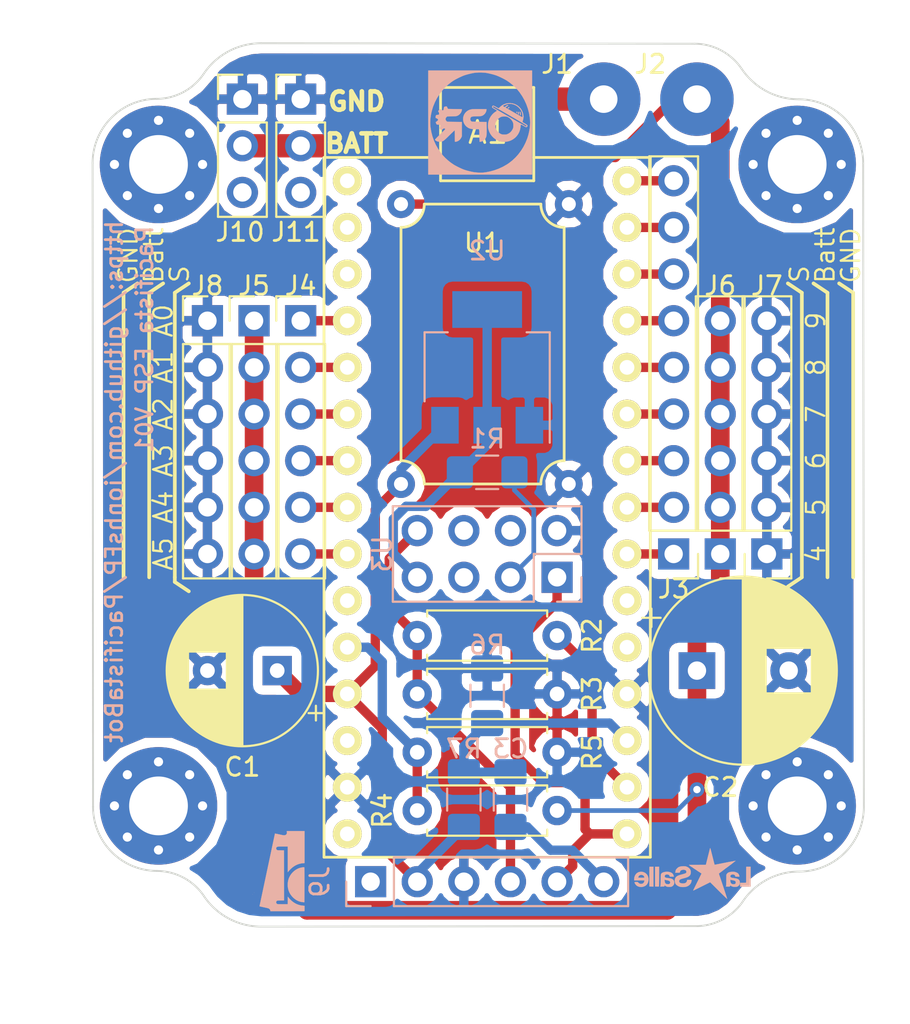
<source format=kicad_pcb>
(kicad_pcb (version 20171130) (host pcbnew "(5.0.0)")
  (layers (0 F.Cu signal) (31 B.Cu signal) (34 B.Paste user) (35 F.Paste user) (36 B.SilkS user) (37 F.SilkS user) (38 B.Mask user) (39 F.Mask user) (44 Edge.Cuts user))
  (net 0 "")
  (net 1 "Net-(A1-Pad15)")
  (net 2 "Net-(A1-Pad14)")
  (net 3 "Net-(A1-Pad13)")
  (net 4 "Net-(A1-Pad12)")
  (net 5 "Net-(A1-Pad19)")
  (net 6 "Net-(A1-Pad11)")
  (net 7 "Net-(A1-Pad20)")
  (net 8 "Net-(A1-Pad10)")
  (net 9 "Net-(A1-Pad21)")
  (net 10 "Net-(A1-Pad9)")
  (net 11 "Net-(A1-Pad22)")
  (net 12 "Net-(A1-Pad8)")
  (net 13 "Net-(A1-Pad23)")
  (net 14 "Net-(A1-Pad7)")
  (net 15 "Net-(A1-Pad24)")
  (net 16 "Net-(A1-Pad26)")
  (net 17 GND)
  (net 18 "Net-(A1-Pad2)")
  (net 19 RX)
  (net 20 /Alimentación)
  (net 21 +BATT)
  (net 22 TX)
  (net 23 +3V3)
  (net 24 "Net-(R1-Pad1)")
  (net 25 RST)
  (net 26 5V)
  (net 27 "Net-(C3-Pad1)")
  (module Mounting_Holes:MountingHole_3.2mm_M3_Pad_Via (layer F.Cu) (at 103.251 136.906)
    (fp_text reference "" (at 0 -4.2) (layer F.SilkS))
    (fp_text value MountingHole_3.2mm_M3_Pad_Via hide)
    (pad "" thru_hole circle (at 1.697056 -1.697056) (size 0.6 0.6) (drill 0.5) (layers *.Cu *.Mask))
    (pad "" thru_hole circle (at 0 -2.4) (size 0.6 0.6) (drill 0.5) (layers *.Cu *.Mask))
    (pad "" thru_hole circle (at -1.697056 -1.697056) (size 0.6 0.6) (drill 0.5) (layers *.Cu *.Mask))
    (pad "" thru_hole circle (at -2.4 0) (size 0.6 0.6) (drill 0.5) (layers *.Cu *.Mask))
    (pad "" thru_hole circle (at -1.697056 1.697056) (size 0.6 0.6) (drill 0.5) (layers *.Cu *.Mask))
    (pad "" thru_hole circle (at 0 2.4) (size 0.6 0.6) (drill 0.5) (layers *.Cu *.Mask))
    (pad "" thru_hole circle (at 1.697056 1.697056) (size 0.6 0.6) (drill 0.5) (layers *.Cu *.Mask))
    (pad "" thru_hole circle (at 2.4 0) (size 0.6 0.6) (drill 0.5) (layers *.Cu *.Mask))
    (pad 1 thru_hole circle (at 0 0) (size 6.4 6.4) (drill 3.2) (layers *.Cu *.Mask))
  )
  (module Mounting_Holes:MountingHole_3.2mm_M3_Pad_Via (layer F.Cu) (at 68.453 136.906)
    (fp_text reference "" (at 0 -4.2) (layer F.SilkS))
    (fp_text value MountingHole_3.2mm_M3_Pad_Via hide)
    (pad 1 thru_hole circle (at 0 0) (size 6.4 6.4) (drill 3.2) (layers *.Cu *.Mask))
    (pad "" thru_hole circle (at 2.4 0) (size 0.6 0.6) (drill 0.5) (layers *.Cu *.Mask))
    (pad "" thru_hole circle (at 1.697056 1.697056) (size 0.6 0.6) (drill 0.5) (layers *.Cu *.Mask))
    (pad "" thru_hole circle (at 0 2.4) (size 0.6 0.6) (drill 0.5) (layers *.Cu *.Mask))
    (pad "" thru_hole circle (at -1.697056 1.697056) (size 0.6 0.6) (drill 0.5) (layers *.Cu *.Mask))
    (pad "" thru_hole circle (at -2.4 0) (size 0.6 0.6) (drill 0.5) (layers *.Cu *.Mask))
    (pad "" thru_hole circle (at -1.697056 -1.697056) (size 0.6 0.6) (drill 0.5) (layers *.Cu *.Mask))
    (pad "" thru_hole circle (at 0 -2.4) (size 0.6 0.6) (drill 0.5) (layers *.Cu *.Mask))
    (pad "" thru_hole circle (at 1.697056 -1.697056) (size 0.6 0.6) (drill 0.5) (layers *.Cu *.Mask))
  )
  (module Mounting_Holes:MountingHole_3.2mm_M3_Pad_Via (layer F.Cu) (at 68.453 101.981)
    (fp_text reference "" (at 0 -4.2) (layer F.SilkS))
    (fp_text value MountingHole_3.2mm_M3_Pad_Via hide)
    (pad "" thru_hole circle (at 1.697056 -1.697056) (size 0.6 0.6) (drill 0.5) (layers *.Cu *.Mask))
    (pad "" thru_hole circle (at 0 -2.4) (size 0.6 0.6) (drill 0.5) (layers *.Cu *.Mask))
    (pad "" thru_hole circle (at -1.697056 -1.697056) (size 0.6 0.6) (drill 0.5) (layers *.Cu *.Mask))
    (pad "" thru_hole circle (at -2.4 0) (size 0.6 0.6) (drill 0.5) (layers *.Cu *.Mask))
    (pad "" thru_hole circle (at -1.697056 1.697056) (size 0.6 0.6) (drill 0.5) (layers *.Cu *.Mask))
    (pad "" thru_hole circle (at 0 2.4) (size 0.6 0.6) (drill 0.5) (layers *.Cu *.Mask))
    (pad "" thru_hole circle (at 1.697056 1.697056) (size 0.6 0.6) (drill 0.5) (layers *.Cu *.Mask))
    (pad "" thru_hole circle (at 2.4 0) (size 0.6 0.6) (drill 0.5) (layers *.Cu *.Mask))
    (pad 1 thru_hole circle (at 0 0) (size 6.4 6.4) (drill 3.2) (layers *.Cu *.Mask))
  )
  (module Mounting_Holes:MountingHole_3.2mm_M3_Pad_Via (layer F.Cu) (at 103.251 101.981)
    (fp_text reference "" (at 0 -4.2) (layer F.SilkS))
    (fp_text value MountingHole_3.2mm_M3_Pad_Via hide)
    (pad 1 thru_hole circle (at 0 0) (size 6.4 6.4) (drill 3.2) (layers *.Cu *.Mask))
    (pad "" thru_hole circle (at 2.4 0) (size 0.6 0.6) (drill 0.5) (layers *.Cu *.Mask))
    (pad "" thru_hole circle (at 1.697056 1.697056) (size 0.6 0.6) (drill 0.5) (layers *.Cu *.Mask))
    (pad "" thru_hole circle (at 0 2.4) (size 0.6 0.6) (drill 0.5) (layers *.Cu *.Mask))
    (pad "" thru_hole circle (at -1.697056 1.697056) (size 0.6 0.6) (drill 0.5) (layers *.Cu *.Mask))
    (pad "" thru_hole circle (at -2.4 0) (size 0.6 0.6) (drill 0.5) (layers *.Cu *.Mask))
    (pad "" thru_hole circle (at -1.697056 -1.697056) (size 0.6 0.6) (drill 0.5) (layers *.Cu *.Mask))
    (pad "" thru_hole circle (at 0 -2.4) (size 0.6 0.6) (drill 0.5) (layers *.Cu *.Mask))
    (pad "" thru_hole circle (at 1.697056 -1.697056) (size 0.6 0.6) (drill 0.5) (layers *.Cu *.Mask))
  )
  (module Connector_PinHeader_2.54mm:PinHeader_2x04_P2.54mm_Vertical (layer B.Cu) (at 90.17 124.46 90)
    (fp_text reference U3 (at 1.27 -9.525 90) (layer B.SilkS) (effects (justify mirror)))
    (fp_text value ESP-01v090 hide)
    (pad 8 thru_hole oval (at 2.54 -7.62 90) (size 1.7 1.7) (drill 1) (layers *.Cu *.Mask) (net 22 TX))
    (pad 7 thru_hole oval (at 0 -7.62 90) (size 1.7 1.7) (drill 1) (layers *.Cu *.Mask) (net 23 +3V3))
    (pad 6 thru_hole oval (at 2.54 -5.08 90) (size 1.7 1.7) (drill 1) (layers *.Cu *.Mask))
    (pad 5 thru_hole oval (at 0 -5.08 90) (size 1.7 1.7) (drill 1) (layers *.Cu *.Mask))
    (pad 4 thru_hole oval (at 2.54 -2.54 90) (size 1.7 1.7) (drill 1) (layers *.Cu *.Mask))
    (pad 3 thru_hole oval (at 0 -2.54 90) (size 1.7 1.7) (drill 1) (layers *.Cu *.Mask) (net 24 "Net-(R1-Pad1)"))
    (pad 2 thru_hole oval (at 2.54 0 90) (size 1.7 1.7) (drill 1) (layers *.Cu *.Mask) (net 17 GND))
    (pad 1 thru_hole rect (at 0 0 90) (size 1.7 1.7) (drill 1) (layers *.Cu *.Mask) (net 19 RX))
  )
  (module Pacifista-Bluetooth:arduino_nano (layer F.Cu) (at 86.36 120.65 90)
    (fp_text reference A1 (at 20.41144 0.04064 180) (layer F.SilkS) (effects (font (size 1.2 1.2))))
    (fp_text value Arduino_Nano hide)
    (pad 15 thru_hole circle (at 17.78 7.62 90) (size 1.5748 1.5748) (drill 0.8) (layers *.Cu *.Mask F.SilkS) (net 1 "Net-(A1-Pad15)"))
    (pad 16 thru_hole circle (at 17.78 -7.62 90) (size 1.5748 1.5748) (drill 0.8) (layers *.Cu *.Mask F.SilkS))
    (pad 14 thru_hole circle (at 15.24 7.62 90) (size 1.5748 1.5748) (drill 0.8) (layers *.Cu *.Mask F.SilkS) (net 2 "Net-(A1-Pad14)"))
    (pad 17 thru_hole circle (at 15.24 -7.62 90) (size 1.5748 1.5748) (drill 0.8) (layers *.Cu *.Mask F.SilkS))
    (pad 13 thru_hole circle (at 12.7 7.62 90) (size 1.5748 1.5748) (drill 0.8) (layers *.Cu *.Mask F.SilkS) (net 3 "Net-(A1-Pad13)"))
    (pad 18 thru_hole circle (at 12.7 -7.62 90) (size 1.5748 1.5748) (drill 0.8) (layers *.Cu *.Mask F.SilkS))
    (pad 12 thru_hole circle (at 10.16 7.62 90) (size 1.5748 1.5748) (drill 0.8) (layers *.Cu *.Mask F.SilkS) (net 4 "Net-(A1-Pad12)"))
    (pad 19 thru_hole circle (at 10.16 -7.62 90) (size 1.5748 1.5748) (drill 0.8) (layers *.Cu *.Mask F.SilkS) (net 5 "Net-(A1-Pad19)"))
    (pad 11 thru_hole circle (at 7.62 7.62 90) (size 1.5748 1.5748) (drill 0.8) (layers *.Cu *.Mask F.SilkS) (net 6 "Net-(A1-Pad11)"))
    (pad 20 thru_hole circle (at 7.62 -7.62 90) (size 1.5748 1.5748) (drill 0.8) (layers *.Cu *.Mask F.SilkS) (net 7 "Net-(A1-Pad20)"))
    (pad 10 thru_hole circle (at 5.08 7.62 90) (size 1.5748 1.5748) (drill 0.8) (layers *.Cu *.Mask F.SilkS) (net 8 "Net-(A1-Pad10)"))
    (pad 21 thru_hole circle (at 5.08 -7.62 90) (size 1.5748 1.5748) (drill 0.8) (layers *.Cu *.Mask F.SilkS) (net 9 "Net-(A1-Pad21)"))
    (pad 9 thru_hole circle (at 2.54 7.62 90) (size 1.5748 1.5748) (drill 0.8) (layers *.Cu *.Mask F.SilkS) (net 10 "Net-(A1-Pad9)"))
    (pad 22 thru_hole circle (at 2.54 -7.62 90) (size 1.5748 1.5748) (drill 0.8) (layers *.Cu *.Mask F.SilkS) (net 11 "Net-(A1-Pad22)"))
    (pad 8 thru_hole circle (at 0 7.62 90) (size 1.5748 1.5748) (drill 0.8) (layers *.Cu *.Mask F.SilkS) (net 12 "Net-(A1-Pad8)"))
    (pad 23 thru_hole circle (at 0 -7.62 90) (size 1.5748 1.5748) (drill 0.8) (layers *.Cu *.Mask F.SilkS) (net 13 "Net-(A1-Pad23)"))
    (pad 7 thru_hole circle (at -2.54 7.62 90) (size 1.5748 1.5748) (drill 0.8) (layers *.Cu *.Mask F.SilkS) (net 14 "Net-(A1-Pad7)"))
    (pad 24 thru_hole circle (at -2.54 -7.62 90) (size 1.5748 1.5748) (drill 0.8) (layers *.Cu *.Mask F.SilkS) (net 15 "Net-(A1-Pad24)"))
    (pad 6 thru_hole circle (at -5.08 7.62 90) (size 1.5748 1.5748) (drill 0.8) (layers *.Cu *.Mask F.SilkS))
    (pad 25 thru_hole circle (at -5.08 -7.62 90) (size 1.5748 1.5748) (drill 0.8) (layers *.Cu *.Mask F.SilkS))
    (pad 5 thru_hole circle (at -7.62 7.62 90) (size 1.5748 1.5748) (drill 0.8) (layers *.Cu *.Mask F.SilkS))
    (pad 26 thru_hole circle (at -7.62 -7.62 90) (size 1.5748 1.5748) (drill 0.8) (layers *.Cu *.Mask F.SilkS) (net 16 "Net-(A1-Pad26)"))
    (pad 4 thru_hole circle (at -10.16 7.62 90) (size 1.5748 1.5748) (drill 0.8) (layers *.Cu *.Mask F.SilkS) (net 17 GND))
    (pad 27 thru_hole circle (at -10.16 -7.62 90) (size 1.5748 1.5748) (drill 0.8) (layers *.Cu *.Mask F.SilkS) (net 26 5V))
    (pad 3 thru_hole circle (at -12.7 7.62 90) (size 1.5748 1.5748) (drill 0.8) (layers *.Cu *.Mask F.SilkS) (net 25 RST))
    (pad 28 thru_hole circle (at -12.7 -7.62 90) (size 1.5748 1.5748) (drill 0.8) (layers *.Cu *.Mask F.SilkS))
    (pad 2 thru_hole circle (at -15.24 7.62 90) (size 1.5748 1.5748) (drill 0.8) (layers *.Cu *.Mask F.SilkS) (net 18 "Net-(A1-Pad2)"))
    (pad 29 thru_hole circle (at -15.24 -7.62 90) (size 1.5748 1.5748) (drill 0.8) (layers *.Cu *.Mask F.SilkS) (net 17 GND))
    (pad 1 thru_hole circle (at -17.78 7.62 90) (size 1.5748 1.5748) (drill 0.8) (layers *.Cu *.Mask F.SilkS) (net 19 RX))
    (pad 30 thru_hole circle (at -17.78 -7.62 90) (size 1.5748 1.5748) (drill 0.8) (layers *.Cu *.Mask F.SilkS))
  )
  (module Capacitor_THT:CP_Radial_D8.0mm_P3.80mm (layer F.Cu) (at 74.92 129.54 180)
    (fp_text reference C1 (at 1.9 -5.25 180) (layer F.SilkS))
    (fp_text value "1000u 16v")
    (pad 1 thru_hole rect (at 0 0 180) (size 1.6 1.6) (drill 0.8) (layers *.Cu *.Mask) (net 26 5V))
    (pad 2 thru_hole circle (at 3.8 0 180) (size 1.6 1.6) (drill 0.8) (layers *.Cu *.Mask) (net 17 GND))
  )
  (module Capacitor_THT:CP_Radial_D10.0mm_P5.00mm (layer F.Cu) (at 97.79 129.54)
    (fp_text reference C2 (at 1.27 6.35) (layer F.SilkS))
    (fp_text value "820u 6,3v")
    (pad 1 thru_hole rect (at 0 0) (size 2 2) (drill 1) (layers *.Cu *.Mask) (net 20 /Alimentación))
    (pad 2 thru_hole circle (at 5 0) (size 2 2) (drill 1) (layers *.Cu *.Mask) (net 17 GND))
  )
  (module Pacifista-Bluetooth:SolderWirePad_single_1-5mmDrill (layer F.Cu) (at 92.71 98.425)
    (fp_text reference J1 (at -2.54 -1.905) (layer F.SilkS))
    (fp_text value Conn_01x01)
    (pad 1 thru_hole circle (at 0 0) (size 4.0005 4.0005) (drill 1.50114) (layers *.Cu *.Mask) (net 21 +BATT))
  )
  (module Pacifista-Bluetooth:SolderWirePad_single_1-5mmDrill (layer F.Cu) (at 97.79 98.425)
    (fp_text reference J2 (at -2.54 -1.905) (layer F.SilkS))
    (fp_text value Conn_01x01)
    (pad 1 thru_hole circle (at 0 0) (size 4.0005 4.0005) (drill 1.50114) (layers *.Cu *.Mask) (net 20 /Alimentación))
  )
  (module Pacifista-Bluetooth:Pin_Header_Straight_1x06_Pitch2.54mm (layer F.Cu) (at 73.66 110.49)
    (fp_text reference J5 (at 0 -1.905) (layer F.SilkS))
    (fp_text value Conn_01x06)
    (pad 6 thru_hole oval (at 0 12.7) (size 1.7 1.7) (drill 1) (layers *.Cu *.Mask) (net 20 /Alimentación))
    (pad 5 thru_hole oval (at 0 10.16) (size 1.7 1.7) (drill 1) (layers *.Cu *.Mask) (net 20 /Alimentación))
    (pad 4 thru_hole oval (at 0 7.62) (size 1.7 1.7) (drill 1) (layers *.Cu *.Mask) (net 20 /Alimentación))
    (pad 3 thru_hole oval (at 0 5.08) (size 1.7 1.7) (drill 1) (layers *.Cu *.Mask) (net 20 /Alimentación))
    (pad 2 thru_hole oval (at 0 2.54) (size 1.7 1.7) (drill 1) (layers *.Cu *.Mask) (net 20 /Alimentación))
    (pad 1 thru_hole rect (at 0 0) (size 1.7 1.7) (drill 1) (layers *.Cu *.Mask) (net 20 /Alimentación))
  )
  (module Pacifista-Bluetooth:Pin_Header_Straight_1x06_Pitch2.54mm (layer F.Cu) (at 99.06 123.19 180)
    (fp_text reference J6 (at 0 14.605 180) (layer F.SilkS))
    (fp_text value Conn_01x06)
    (pad 1 thru_hole rect (at 0 0 180) (size 1.7 1.7) (drill 1) (layers *.Cu *.Mask) (net 20 /Alimentación))
    (pad 2 thru_hole oval (at 0 2.54 180) (size 1.7 1.7) (drill 1) (layers *.Cu *.Mask) (net 20 /Alimentación))
    (pad 3 thru_hole oval (at 0 5.08 180) (size 1.7 1.7) (drill 1) (layers *.Cu *.Mask) (net 20 /Alimentación))
    (pad 4 thru_hole oval (at 0 7.62 180) (size 1.7 1.7) (drill 1) (layers *.Cu *.Mask) (net 20 /Alimentación))
    (pad 5 thru_hole oval (at 0 10.16 180) (size 1.7 1.7) (drill 1) (layers *.Cu *.Mask) (net 20 /Alimentación))
    (pad 6 thru_hole oval (at 0 12.7 180) (size 1.7 1.7) (drill 1) (layers *.Cu *.Mask) (net 20 /Alimentación))
  )
  (module Pacifista-Bluetooth:Pin_Header_Straight_1x06_Pitch2.54mm (layer F.Cu) (at 101.6 123.19 180)
    (fp_text reference J7 (at 0 14.605 180) (layer F.SilkS))
    (fp_text value Conn_01x06)
    (pad 6 thru_hole oval (at 0 12.7 180) (size 1.7 1.7) (drill 1) (layers *.Cu *.Mask) (net 17 GND))
    (pad 5 thru_hole oval (at 0 10.16 180) (size 1.7 1.7) (drill 1) (layers *.Cu *.Mask) (net 17 GND))
    (pad 4 thru_hole oval (at 0 7.62 180) (size 1.7 1.7) (drill 1) (layers *.Cu *.Mask) (net 17 GND))
    (pad 3 thru_hole oval (at 0 5.08 180) (size 1.7 1.7) (drill 1) (layers *.Cu *.Mask) (net 17 GND))
    (pad 2 thru_hole oval (at 0 2.54 180) (size 1.7 1.7) (drill 1) (layers *.Cu *.Mask) (net 17 GND))
    (pad 1 thru_hole rect (at 0 0 180) (size 1.7 1.7) (drill 1) (layers *.Cu *.Mask) (net 17 GND))
  )
  (module Pacifista-Bluetooth:Pin_Header_Straight_1x06_Pitch2.54mm (layer F.Cu) (at 71.12 110.49)
    (fp_text reference J8 (at 0 -1.905) (layer F.SilkS))
    (fp_text value Conn_01x06)
    (pad 1 thru_hole rect (at 0 0) (size 1.7 1.7) (drill 1) (layers *.Cu *.Mask) (net 17 GND))
    (pad 2 thru_hole oval (at 0 2.54) (size 1.7 1.7) (drill 1) (layers *.Cu *.Mask) (net 17 GND))
    (pad 3 thru_hole oval (at 0 5.08) (size 1.7 1.7) (drill 1) (layers *.Cu *.Mask) (net 17 GND))
    (pad 4 thru_hole oval (at 0 7.62) (size 1.7 1.7) (drill 1) (layers *.Cu *.Mask) (net 17 GND))
    (pad 5 thru_hole oval (at 0 10.16) (size 1.7 1.7) (drill 1) (layers *.Cu *.Mask) (net 17 GND))
    (pad 6 thru_hole oval (at 0 12.7) (size 1.7 1.7) (drill 1) (layers *.Cu *.Mask) (net 17 GND))
  )
  (module Pacifista-Bluetooth:Pin_Header_Straight_1x03_Pitch2.54mm (layer F.Cu) (at 73.025 98.425)
    (fp_text reference J10 (at -0.127 7.239) (layer F.SilkS))
    (fp_text value Conn_01x03)
    (pad 3 thru_hole oval (at 0 5.08) (size 1.7 1.7) (drill 1) (layers *.Cu *.Mask))
    (pad 2 thru_hole oval (at 0 2.54) (size 1.7 1.7) (drill 1) (layers *.Cu *.Mask) (net 21 +BATT))
    (pad 1 thru_hole rect (at 0 0) (size 1.7 1.7) (drill 1) (layers *.Cu *.Mask) (net 17 GND))
  )
  (module Resistor_THT:R_Axial_DIN0207_L6.3mm_D2.5mm_P7.62mm_Horizontal (layer F.Cu) (at 90.17 127.635 180)
    (fp_text reference R2 (at -1.905 0 90) (layer F.SilkS))
    (fp_text value 10K hide)
    (pad 1 thru_hole circle (at 0 0 180) (size 1.6 1.6) (drill 0.8) (layers *.Cu *.Mask) (net 18 "Net-(A1-Pad2)"))
    (pad 2 thru_hole oval (at 7.62 0 180) (size 1.6 1.6) (drill 0.8) (layers *.Cu *.Mask) (net 22 TX))
  )
  (module Resistor_THT:R_Axial_DIN0207_L6.3mm_D2.5mm_P7.62mm_Horizontal (layer F.Cu) (at 82.55 130.81)
    (fp_text reference R3 (at 9.525 0 90) (layer F.SilkS))
    (fp_text value 20K)
    (pad 1 thru_hole circle (at 0 0) (size 1.6 1.6) (drill 0.8) (layers *.Cu *.Mask) (net 22 TX))
    (pad 2 thru_hole oval (at 7.62 0) (size 1.6 1.6) (drill 0.8) (layers *.Cu *.Mask) (net 17 GND))
  )
  (module Resistor_THT:R_Axial_DIN0207_L6.3mm_D2.5mm_P7.62mm_Horizontal (layer F.Cu) (at 90.17 137.16 180)
    (fp_text reference R4 (at 9.525 0 270) (layer F.SilkS))
    (fp_text value 10K)
    (pad 2 thru_hole oval (at 7.62 0 180) (size 1.6 1.6) (drill 0.8) (layers *.Cu *.Mask) (net 16 "Net-(A1-Pad26)"))
    (pad 1 thru_hole circle (at 0 0 180) (size 1.6 1.6) (drill 0.8) (layers *.Cu *.Mask) (net 20 /Alimentación))
  )
  (module Resistor_THT:R_Axial_DIN0207_L6.3mm_D2.5mm_P7.62mm_Horizontal (layer F.Cu) (at 82.55 133.985)
    (fp_text reference R5 (at 9.525 0 90) (layer F.SilkS))
    (fp_text value 20K)
    (pad 1 thru_hole circle (at 0 0) (size 1.6 1.6) (drill 0.8) (layers *.Cu *.Mask) (net 16 "Net-(A1-Pad26)"))
    (pad 2 thru_hole oval (at 7.62 0) (size 1.6 1.6) (drill 0.8) (layers *.Cu *.Mask) (net 17 GND))
  )
  (module Pacifista-Bluetooth:Step_down_chino (layer F.Cu) (at 81.665 104.14 270)
    (fp_text reference U1 (at 2.1082 -4.43484) (layer F.SilkS))
    (fp_text value Step_down_chino hide)
    (pad 4 thru_hole circle (at 15.24 -9.14 270) (size 1.524 1.524) (drill 0.762) (layers *.Cu *.Mask) (net 17 GND))
    (pad 3 thru_hole circle (at 15.24 0 270) (size 1.524 1.524) (drill 0.762) (layers *.Cu *.Mask) (net 26 5V))
    (pad 2 thru_hole circle (at 0 -9.144 270) (size 1.524 1.524) (drill 0.762) (layers *.Cu *.Mask) (net 17 GND))
    (pad 1 thru_hole circle (at 0 0 270) (size 1.524 1.524) (drill 0.762) (layers *.Cu *.Mask) (net 20 /Alimentación))
  )
  (module Package_TO_SOT_SMD:SOT-223-3_TabPin2 (layer B.Cu) (at 86.36 113.03 90)
    (fp_text reference U2 (at 6.35 0 180) (layer B.SilkS) (effects (justify mirror)))
    (fp_text value AMS1117 hide)
    (pad 2 smd rect (at 3.15 0 90) (size 2 3.8) (layers B.Cu B.Paste B.Mask) (net 23 +3V3))
    (pad 2 smd rect (at -3.15 0 90) (size 2 1.5) (layers B.Cu B.Paste B.Mask) (net 23 +3V3))
    (pad 3 smd rect (at -3.15 -2.3 90) (size 2 1.5) (layers B.Cu B.Paste B.Mask) (net 26 5V))
    (pad 1 smd rect (at -3.15 2.3 90) (size 2 1.5) (layers B.Cu B.Paste B.Mask) (net 17 GND))
  )
  (module Resistor_SMD:R_1206_3216Metric_Pad1.42x1.75mm_HandSolder (layer B.Cu) (at 86.36 118.745 180)
    (fp_text reference R1 (at 0 1.82 180) (layer B.SilkS) (effects (justify mirror)))
    (fp_text value 10K hide)
    (pad 1 smd roundrect (at -1.4875 0 180) (size 1.425 1.75) (layers B.Cu B.Paste B.Mask) (roundrect_rratio 0.175439) (net 24 "Net-(R1-Pad1)"))
    (pad 2 smd roundrect (at 1.4875 0 180) (size 1.425 1.75) (layers B.Cu B.Paste B.Mask) (roundrect_rratio 0.175439) (net 23 +3V3))
  )
  (module Pacifista-Bluetooth:Pin_Header_Straight_1x06_Pitch2.54mm (layer F.Cu) (at 76.2 110.49)
    (fp_text reference J4 (at 0 -1.905) (layer F.SilkS))
    (fp_text value Conn_01x06)
    (pad 1 thru_hole rect (at 0 0) (size 1.7 1.7) (drill 1) (layers *.Cu *.Mask) (net 5 "Net-(A1-Pad19)"))
    (pad 2 thru_hole oval (at 0 2.54) (size 1.7 1.7) (drill 1) (layers *.Cu *.Mask) (net 7 "Net-(A1-Pad20)"))
    (pad 3 thru_hole oval (at 0 5.08) (size 1.7 1.7) (drill 1) (layers *.Cu *.Mask) (net 9 "Net-(A1-Pad21)"))
    (pad 4 thru_hole oval (at 0 7.62) (size 1.7 1.7) (drill 1) (layers *.Cu *.Mask) (net 11 "Net-(A1-Pad22)"))
    (pad 5 thru_hole oval (at 0 10.16) (size 1.7 1.7) (drill 1) (layers *.Cu *.Mask) (net 13 "Net-(A1-Pad23)"))
    (pad 6 thru_hole oval (at 0 12.7) (size 1.7 1.7) (drill 1) (layers *.Cu *.Mask) (net 15 "Net-(A1-Pad24)"))
  )
  (module Pacifista-Bluetooth:Pin_Header_Straight_1x03_Pitch2.54mm (layer F.Cu) (at 76.2 98.425)
    (fp_text reference J11 (at -0.254 7.239) (layer F.SilkS))
    (fp_text value Conn_01x03)
    (pad 3 thru_hole oval (at 0 5.08) (size 1.7 1.7) (drill 1) (layers *.Cu *.Mask))
    (pad 2 thru_hole oval (at 0 2.54) (size 1.7 1.7) (drill 1) (layers *.Cu *.Mask) (net 21 +BATT))
    (pad 1 thru_hole rect (at 0 0) (size 1.7 1.7) (drill 1) (layers *.Cu *.Mask) (net 17 GND))
  )
  (module Connector_PinHeader_2.54mm:PinHeader_1x09_P2.54mm_Vertical (layer F.Cu) (at 96.52 123.19 180)
    (fp_text reference J3 (at 0 -1.905 180) (layer F.SilkS))
    (fp_text value Conn_01x09)
    (pad 1 thru_hole rect (at 0 0 180) (size 1.7 1.7) (drill 1) (layers *.Cu *.Mask) (net 14 "Net-(A1-Pad7)"))
    (pad 2 thru_hole oval (at 0 2.54 180) (size 1.7 1.7) (drill 1) (layers *.Cu *.Mask) (net 12 "Net-(A1-Pad8)"))
    (pad 3 thru_hole oval (at 0 5.08 180) (size 1.7 1.7) (drill 1) (layers *.Cu *.Mask) (net 10 "Net-(A1-Pad9)"))
    (pad 4 thru_hole oval (at 0 7.62 180) (size 1.7 1.7) (drill 1) (layers *.Cu *.Mask) (net 8 "Net-(A1-Pad10)"))
    (pad 5 thru_hole oval (at 0 10.16 180) (size 1.7 1.7) (drill 1) (layers *.Cu *.Mask) (net 6 "Net-(A1-Pad11)"))
    (pad 6 thru_hole oval (at 0 12.7 180) (size 1.7 1.7) (drill 1) (layers *.Cu *.Mask) (net 4 "Net-(A1-Pad12)"))
    (pad 7 thru_hole oval (at 0 15.24 180) (size 1.7 1.7) (drill 1) (layers *.Cu *.Mask) (net 3 "Net-(A1-Pad13)"))
    (pad 8 thru_hole oval (at 0 17.78 180) (size 1.7 1.7) (drill 1) (layers *.Cu *.Mask) (net 2 "Net-(A1-Pad14)"))
    (pad 9 thru_hole oval (at 0 20.32 180) (size 1.7 1.7) (drill 1) (layers *.Cu *.Mask) (net 1 "Net-(A1-Pad15)"))
  )
  (module Connector_PinSocket_2.54mm:PinSocket_1x06_P2.54mm_Vertical (layer B.Cu) (at 80.01 141.0335 270)
    (fp_text reference J9 (at 0 2.77 270) (layer B.SilkS) (effects (justify mirror)))
    (fp_text value Conn_01x06)
    (pad 1 thru_hole rect (at 0 0 270) (size 1.7 1.7) (drill 1) (layers *.Cu *.Mask))
    (pad 2 thru_hole oval (at 0 -2.54 270) (size 1.7 1.7) (drill 1) (layers *.Cu *.Mask) (net 26 5V))
    (pad 3 thru_hole oval (at 0 -5.08 270) (size 1.7 1.7) (drill 1) (layers *.Cu *.Mask) (net 17 GND))
    (pad 4 thru_hole oval (at 0 -7.62 270) (size 1.7 1.7) (drill 1) (layers *.Cu *.Mask) (net 22 TX))
    (pad 5 thru_hole oval (at 0 -10.16 270) (size 1.7 1.7) (drill 1) (layers *.Cu *.Mask) (net 19 RX))
    (pad 6 thru_hole oval (at 0 -12.7 270) (size 1.7 1.7) (drill 1) (layers *.Cu *.Mask) (net 27 "Net-(C3-Pad1)"))
  )
  (module Resistor_SMD:R_1206_3216Metric_Pad1.42x1.75mm_HandSolder (layer B.Cu) (at 86.36 130.91 90)
    (fp_text reference R6 (at 2.767 0 180) (layer B.SilkS) (effects (justify mirror)))
    (fp_text value 10K)
    (pad 2 smd roundrect (at 1.4875 0 90) (size 1.425 1.75) (layers B.Cu B.Paste B.Mask) (roundrect_rratio 0.175439) (net 17 GND))
    (pad 1 smd roundrect (at -1.4875 0 90) (size 1.425 1.75) (layers B.Cu B.Paste B.Mask) (roundrect_rratio 0.175439) (net 25 RST))
  )
  (module Resistor_SMD:R_1206_3216Metric_Pad1.42x1.75mm_HandSolder (layer B.Cu) (at 85.09 136.5615 270)
    (fp_text reference R7 (at -2.767 0) (layer B.SilkS) (effects (justify mirror)))
    (fp_text value 10K)
    (pad 1 smd roundrect (at -1.4875 0 270) (size 1.425 1.75) (layers B.Cu B.Paste B.Mask) (roundrect_rratio 0.175439) (net 25 RST))
    (pad 2 smd roundrect (at 1.4875 0 270) (size 1.425 1.75) (layers B.Cu B.Paste B.Mask) (roundrect_rratio 0.175439) (net 26 5V))
  )
  (module Capacitor_SMD:C_1206_3216Metric_Pad1.42x1.75mm_HandSolder (layer B.Cu) (at 87.63 136.5615 90)
    (fp_text reference C3 (at 2.767 0 180) (layer B.SilkS) (effects (justify mirror)))
    (fp_text value 330nF1)
    (pad 1 smd roundrect (at -1.4875 0 90) (size 1.425 1.75) (layers B.Cu B.Paste B.Mask) (roundrect_rratio 0.175439) (net 27 "Net-(C3-Pad1)"))
    (pad 2 smd roundrect (at 1.4875 0 90) (size 1.425 1.75) (layers B.Cu B.Paste B.Mask) (roundrect_rratio 0.175439) (net 25 RST))
  )
  (module Pacifista-Bluetooth:opr_circulo_6x6_v1 (layer B.Cu) (at 85.979 99.695 180)
    (fp_text reference "" hide)
    (fp_text value "" hide)
  )
  (module Desktop:LogoDB (layer B.Cu) (at 73.279 140.462 180)
    (fp_text reference G*** hide)
    (fp_text value LOGO hide)
  )
  (module Desktop:lsblogo (layer B.Cu) (at 97.536 140.589 180)
    (fp_text reference G*** hide)
    (fp_text value LOGO hide)
  )
  (gr_text "Pacifista ESP V01" (at 67.691 111.506 90) (layer B.SilkS) (effects (font (size 0.9 0.9)) (justify mirror)))
  (gr_text https://github.com/ionhsFP/PacifistaBot (at 66.04 119.253 90) (layer B.SilkS) (effects (font (size 0.9 0.9)) (justify mirror)))
  (gr_text GND (at 106.172 106.934 90) (layer F.SilkS) (effects (font (size 1 1) (thickness 0.125))))
  (gr_text Batt (at 104.775 106.934 90) (layer F.SilkS) (effects (font (size 1 1) (thickness 0.125))))
  (gr_text S (at 103.378 107.95 90) (layer F.SilkS) (effects (font (size 1 1) (thickness 0.125))))
  (gr_line (start 106.299 108.966) (end 106.299 124.46) (layer F.SilkS) (width 0.2))
  (gr_line (start 105.537 108.458) (end 106.299 108.966) (layer F.SilkS) (width 0.2))
  (gr_line (start 104.14 108.458) (end 104.902 108.966) (layer F.SilkS) (width 0.2))
  (gr_line (start 104.902 108.966) (end 104.902 124.46) (layer F.SilkS) (width 0.2))
  (gr_text 4 (at 104.267 123.19 90) (layer F.SilkS) (effects (font (size 1 1) (thickness 0.125))))
  (gr_text 5 (at 104.267 120.65 90) (layer F.SilkS) (effects (font (size 1 1) (thickness 0.125))))
  (gr_text 6 (at 104.267 118.11 90) (layer F.SilkS) (effects (font (size 1 1) (thickness 0.125))))
  (gr_text 7 (at 104.267 115.57 90) (layer F.SilkS) (effects (font (size 1 1) (thickness 0.125))))
  (gr_text 8 (at 104.267 113.03 90) (layer F.SilkS) (effects (font (size 1 1) (thickness 0.125))))
  (gr_text 9 (at 104.267 110.49 90) (layer F.SilkS) (effects (font (size 1 1) (thickness 0.125))))
  (gr_line (start 102.743 108.458) (end 103.505 108.966) (layer F.SilkS) (width 0.2))
  (gr_line (start 103.505 108.966) (end 103.505 124.46) (layer F.SilkS) (width 0.2))
  (gr_line (start 103.505 124.46) (end 102.743 124.968) (layer F.SilkS) (width 0.2))
  (gr_text GND (at 66.802 106.934 90) (layer F.SilkS) (effects (font (size 1 1) (thickness 0.125))))
  (gr_text Batt (at 68.199 106.934 90) (layer F.SilkS) (effects (font (size 1 1) (thickness 0.125))))
  (gr_text S (at 69.596 107.95 90) (layer F.SilkS) (effects (font (size 1 1) (thickness 0.125))))
  (gr_line (start 66.548 108.966) (end 66.548 124.46) (layer F.SilkS) (width 0.2))
  (gr_line (start 67.31 108.458) (end 66.548 108.966) (layer F.SilkS) (width 0.2))
  (gr_line (start 68.707 108.458) (end 67.945 108.966) (layer F.SilkS) (width 0.2))
  (gr_line (start 67.945 108.966) (end 67.945 124.46) (layer F.SilkS) (width 0.2))
  (gr_text "A5\n" (at 68.707 123.19 90) (layer F.SilkS) (effects (font (size 1 1) (thickness 0.125))))
  (gr_text "A4\n" (at 68.707 120.65 90) (layer F.SilkS) (effects (font (size 1 1) (thickness 0.125))))
  (gr_text "A3\n" (at 68.707 118.11 90) (layer F.SilkS) (effects (font (size 1 1) (thickness 0.125))))
  (gr_text "A2\n" (at 68.707 115.57 90) (layer F.SilkS) (effects (font (size 1 1) (thickness 0.125))))
  (gr_text "A1\n" (at 68.707 113.03 90) (layer F.SilkS) (effects (font (size 1 1) (thickness 0.125))))
  (gr_text "A0\n" (at 68.707 110.49 90) (layer F.SilkS) (effects (font (size 1 1) (thickness 0.125))))
  (gr_line (start 69.342 124.714) (end 70.104 125.222) (layer F.SilkS) (width 0.2))
  (gr_line (start 69.342 124.46) (end 69.342 124.714) (layer F.SilkS) (width 0.2))
  (gr_line (start 69.342 108.966) (end 69.342 124.46) (layer F.SilkS) (width 0.2))
  (gr_line (start 70.104 108.458) (end 69.342 108.966) (layer F.SilkS) (width 0.2))
  (gr_text BATT (at 79.248 100.838) (layer F.SilkS) (effects (font (size 1 1) (thickness 0.25))))
  (gr_text GND (at 79.248 98.552) (layer F.SilkS) (effects (font (size 1 1) (thickness 0.25))))
  (gr_arc (start 97.732545 140.344379) (end 97.732545 143.453339) (angle -54.39126236) (layer Edge.Cuts) (width 0.1))
  (gr_arc (start 103.3526 144.179796) (end 103.378 140.48232) (angle -57.19682214) (layer Edge.Cuts) (width 0.1))
  (gr_arc (start 68.353833 143.557941) (end 68.353833 140.448981) (angle 56.02514205) (layer Edge.Cuts) (width 0.1))
  (gr_arc (start 74.04608 139.722524) (end 74.04608 143.47952) (angle 55.99406484) (layer Edge.Cuts) (width 0.1))
  (gr_line (start 97.73412 143.45412) (end 74.04608 143.478756) (layer Edge.Cuts) (width 0.1))
  (gr_arc (start 74.03592 99.138312) (end 74.04608 95.38208) (angle -56.97444222) (layer Edge.Cuts) (width 0.1))
  (gr_arc (start 68.36156 101.90988) (end 64.86144 101.90988) (angle 89.9) (layer Edge.Cuts) (width 0.1))
  (gr_arc (start 97.650193 98.516457) (end 97.650193 95.407497) (angle 56.02514205) (layer Edge.Cuts) (width 0.1))
  (gr_arc (start 103.34244 94.68104) (end 103.3526 98.43516) (angle 56.16456556) (layer Edge.Cuts) (width 0.1))
  (gr_arc (start 103.35768 136.9568) (end 106.8832 136.95172) (angle 89.75137949) (layer Edge.Cuts) (width 0.1))
  (gr_line (start 64.86144 101.9048) (end 64.88684 136.9568) (layer Edge.Cuts) (width 0.1))
  (gr_line (start 97.65284 95.40748) (end 74.04608 95.38208) (layer Edge.Cuts) (width 0.1))
  (gr_line (start 106.8832 136.9568) (end 106.84764 101.92512) (layer Edge.Cuts) (width 0.1))
  (gr_arc (start 68.3768 136.9568) (end 68.35648 140.44676) (angle 89.69960008) (layer Edge.Cuts) (width 0.1))
  (gr_arc (start 103.3526 101.9302) (end 103.34752 98.43516) (angle 90) (layer Edge.Cuts) (width 0.1))
  (gr_arc (start 68.343673 95.302895) (end 68.35648 98.40976) (angle -54.93873798) (layer Edge.Cuts) (width 0.1))
  (segment (start 96.52 102.87) (end 93.98 102.87) (width 0.508) (layer F.Cu) (net 1))
  (segment (start 96.52 105.41) (end 93.98 105.41) (width 0.508) (layer F.Cu) (net 2))
  (segment (start 96.52 107.95) (end 93.98 107.95) (width 0.508) (layer F.Cu) (net 3))
  (segment (start 96.52 110.49) (end 93.98 110.49) (width 0.508) (layer F.Cu) (net 4))
  (segment (start 76.2 110.49) (end 78.74 110.49) (width 0.508) (layer F.Cu) (net 5))
  (segment (start 96.52 113.03) (end 93.98 113.03) (width 0.508) (layer F.Cu) (net 6))
  (segment (start 76.2 113.03) (end 78.74 113.03) (width 0.508) (layer F.Cu) (net 7))
  (segment (start 96.52 115.57) (end 93.98 115.57) (width 0.508) (layer F.Cu) (net 8))
  (segment (start 76.2 115.57) (end 78.74 115.57) (width 0.508) (layer F.Cu) (net 9))
  (segment (start 96.52 118.11) (end 93.98 118.11) (width 0.508) (layer F.Cu) (net 10))
  (segment (start 76.2 118.11) (end 78.74 118.11) (width 0.508) (layer F.Cu) (net 11))
  (segment (start 96.52 120.65) (end 93.98 120.65) (width 0.508) (layer F.Cu) (net 12))
  (segment (start 76.2 120.65) (end 78.74 120.65) (width 0.508) (layer F.Cu) (net 13))
  (segment (start 96.52 123.19) (end 93.98 123.19) (width 0.508) (layer F.Cu) (net 14))
  (segment (start 76.2 123.19) (end 78.74 123.19) (width 0.508) (layer F.Cu) (net 15))
  (segment (start 82.55 137.16) (end 82.55 133.985) (width 0.508) (layer F.Cu) (net 16))
  (segment (start 79.853551 128.27) (end 80.645 129.061449) (width 0.508) (layer B.Cu) (net 16))
  (segment (start 78.74 128.27) (end 79.853551 128.27) (width 0.508) (layer B.Cu) (net 16))
  (segment (start 80.645 132.08) (end 82.55 133.985) (width 0.508) (layer B.Cu) (net 16))
  (segment (start 80.645 129.061449) (end 80.645 132.08) (width 0.508) (layer B.Cu) (net 16))
  (segment (start 93.98 135.89) (end 92.075 133.985) (width 0.508) (layer F.Cu) (net 18))
  (segment (start 92.075 129.54) (end 90.17 127.635) (width 0.508) (layer F.Cu) (net 18))
  (segment (start 92.075 133.985) (end 92.075 129.54) (width 0.508) (layer F.Cu) (net 18))
  (segment (start 93.98 138.43) (end 92.71 138.43) (width 0.508) (layer F.Cu) (net 19))
  (segment (start 91.948 138.43) (end 91.694 138.176) (width 0.508) (layer F.Cu) (net 19))
  (segment (start 92.71 138.43) (end 91.948 138.43) (width 0.508) (layer F.Cu) (net 19))
  (segment (start 91.694 138.176) (end 91.694 136.144) (width 0.508) (layer F.Cu) (net 19))
  (segment (start 91.694 136.144) (end 91.186 135.636) (width 0.508) (layer F.Cu) (net 19))
  (segment (start 91.186 135.636) (end 89.408 135.636) (width 0.508) (layer F.Cu) (net 19))
  (segment (start 89.408 135.636) (end 87.884 134.112) (width 0.508) (layer F.Cu) (net 19))
  (segment (start 87.884 128.104) (end 87.884 134.112) (width 0.508) (layer F.Cu) (net 19))
  (segment (start 90.17 125.818) (end 87.884 128.104) (width 0.508) (layer F.Cu) (net 19))
  (segment (start 90.17 124.46) (end 90.17 125.818) (width 0.508) (layer F.Cu) (net 19))
  (segment (start 91.019999 139.358001) (end 91.948 138.43) (width 0.508) (layer F.Cu) (net 19))
  (segment (start 91.019999 140.183501) (end 90.17 141.0335) (width 0.508) (layer F.Cu) (net 19))
  (segment (start 91.019999 139.358001) (end 91.019999 140.183501) (width 0.508) (layer F.Cu) (net 19))
  (segment (start 99.06 99.695) (end 97.79 98.425) (width 1.016) (layer F.Cu) (net 20))
  (segment (start 99.06 110.49) (end 99.06 99.695) (width 1.016) (layer F.Cu) (net 20))
  (segment (start 99.06 110.49) (end 99.06 123.19) (width 1.016) (layer F.Cu) (net 20))
  (segment (start 97.79 127.524) (end 99.06 126.254) (width 1.016) (layer F.Cu) (net 20))
  (segment (start 97.79 129.54) (end 97.79 127.524) (width 1.016) (layer F.Cu) (net 20))
  (segment (start 99.06 126.254) (end 99.06 123.19) (width 1.016) (layer F.Cu) (net 20))
  (segment (start 97.79 129.54) (end 97.79 136.017) (width 1.016) (layer F.Cu) (net 20))
  (segment (start 73.66 126.365) (end 73.66 123.19) (width 1.016) (layer F.Cu) (net 20))
  (segment (start 72.810001 138.850001) (end 72.810001 127.214999) (width 1.016) (layer F.Cu) (net 20))
  (segment (start 72.810001 127.214999) (end 73.66 126.365) (width 1.016) (layer F.Cu) (net 20))
  (segment (start 73.66 123.19) (end 73.66 110.49) (width 1.016) (layer F.Cu) (net 20))
  (segment (start 87.63 104.14) (end 81.665 104.14) (width 0.508) (layer F.Cu) (net 20))
  (segment (start 90.17 101.6) (end 87.63 104.14) (width 0.508) (layer F.Cu) (net 20))
  (segment (start 93.345 101.6) (end 90.17 101.6) (width 0.508) (layer F.Cu) (net 20))
  (segment (start 96.52 98.425) (end 93.345 101.6) (width 0.508) (layer F.Cu) (net 20))
  (segment (start 97.79 98.425) (end 96.52 98.425) (width 0.508) (layer F.Cu) (net 20))
  (segment (start 97.79 129.54) (end 98.425 129.54) (width 0.508) (layer B.Cu) (net 20))
  (segment (start 90.17 137.16) (end 96.7105 137.16) (width 0.254) (layer B.Cu) (net 20))
  (segment (start 96.7105 137.16) (end 97.79 136.0805) (width 0.254) (layer B.Cu) (net 20))
  (segment (start 97.79 136.017) (end 97.79 140.97) (width 1.016) (layer F.Cu) (net 20))
  (via (at 97.79 136.017) (size 0.8) (drill 0.4) (layers F.Cu B.Cu) (net 20))
  (segment (start 96.168499 142.591501) (end 97.79 140.97) (width 1.016) (layer F.Cu) (net 20))
  (segment (start 76.551501 142.591501) (end 96.168499 142.591501) (width 1.016) (layer F.Cu) (net 20))
  (segment (start 72.810001 138.850001) (end 76.551501 142.591501) (width 1.016) (layer F.Cu) (net 20))
  (segment (start 73.025 100.965) (end 76.2 100.965) (width 1.27) (layer F.Cu) (net 21))
  (segment (start 81.28 98.425) (end 92.71 98.425) (width 1.27) (layer F.Cu) (net 21))
  (segment (start 76.2 100.965) (end 78.74 100.965) (width 1.27) (layer F.Cu) (net 21))
  (segment (start 78.74 100.965) (end 81.28 98.425) (width 1.27) (layer F.Cu) (net 21))
  (segment (start 82.55 130.81) (end 82.55 127.635) (width 0.508) (layer F.Cu) (net 22))
  (segment (start 82.55 127.635) (end 81.026 126.111) (width 0.508) (layer F.Cu) (net 22))
  (segment (start 81.026 123.444) (end 82.55 121.92) (width 0.508) (layer F.Cu) (net 22))
  (segment (start 81.026 126.111) (end 81.026 123.444) (width 0.508) (layer F.Cu) (net 22))
  (segment (start 87.63 135.89) (end 82.55 130.81) (width 0.508) (layer F.Cu) (net 22))
  (segment (start 87.63 135.89) (end 87.63 141.0335) (width 0.508) (layer F.Cu) (net 22))
  (segment (start 86.36 116.18) (end 86.36 117.2575) (width 0.508) (layer B.Cu) (net 23))
  (segment (start 86.36 109.88) (end 86.36 116.18) (width 0.508) (layer B.Cu) (net 23))
  (segment (start 86.36 117.2575) (end 84.8725 118.745) (width 0.508) (layer B.Cu) (net 23))
  (segment (start 81.245999 121.294079) (end 81.245999 123.155999) (width 0.508) (layer B.Cu) (net 23))
  (segment (start 81.944077 120.596001) (end 81.245999 121.294079) (width 0.508) (layer B.Cu) (net 23))
  (segment (start 84.8725 118.745) (end 83.021499 120.596001) (width 0.508) (layer B.Cu) (net 23))
  (segment (start 83.021499 120.596001) (end 81.944077 120.596001) (width 0.508) (layer B.Cu) (net 23))
  (segment (start 81.245999 123.155999) (end 82.55 124.46) (width 0.508) (layer B.Cu) (net 23))
  (segment (start 87.8475 119.72) (end 88.9 120.7725) (width 0.254) (layer B.Cu) (net 24))
  (segment (start 87.8475 118.745) (end 87.8475 119.72) (width 0.254) (layer B.Cu) (net 24))
  (segment (start 88.9 123.19) (end 87.63 124.46) (width 0.254) (layer B.Cu) (net 24))
  (segment (start 88.9 120.7725) (end 88.9 123.19) (width 0.254) (layer B.Cu) (net 24))
  (segment (start 93.0275 132.3975) (end 93.98 133.35) (width 0.508) (layer B.Cu) (net 25))
  (segment (start 93.0275 132.3975) (end 86.36 132.3975) (width 0.508) (layer B.Cu) (net 25))
  (segment (start 86.36 132.3975) (end 85.09 133.6675) (width 0.508) (layer B.Cu) (net 25))
  (segment (start 85.09 133.6675) (end 85.09 135.074) (width 0.508) (layer B.Cu) (net 25))
  (segment (start 85.09 135.074) (end 87.63 135.074) (width 0.508) (layer B.Cu) (net 25))
  (segment (start 76.19 130.81) (end 74.92 129.54) (width 0.889) (layer F.Cu) (net 26))
  (segment (start 78.74 130.81) (end 76.19 130.81) (width 0.889) (layer F.Cu) (net 26))
  (segment (start 81.665 119.38) (end 81.665 118.575) (width 0.508) (layer B.Cu) (net 26))
  (segment (start 81.665 118.575) (end 84.06 116.18) (width 0.508) (layer B.Cu) (net 26))
  (segment (start 80.264 120.781) (end 81.665 119.38) (width 0.508) (layer F.Cu) (net 26))
  (segment (start 78.74 130.81) (end 80.264 129.286) (width 0.508) (layer F.Cu) (net 26))
  (segment (start 80.264 129.286) (end 80.264 120.781) (width 0.508) (layer F.Cu) (net 26))
  (segment (start 80.645 139.1285) (end 82.55 141.0335) (width 0.508) (layer F.Cu) (net 26))
  (segment (start 78.74 130.81) (end 80.645 132.715) (width 0.508) (layer F.Cu) (net 26))
  (segment (start 80.645 132.715) (end 80.645 139.1285) (width 0.508) (layer F.Cu) (net 26))
  (segment (start 82.55 140.589) (end 85.09 138.049) (width 0.508) (layer B.Cu) (net 26))
  (segment (start 82.55 141.0335) (end 82.55 140.589) (width 0.508) (layer B.Cu) (net 26))
  (segment (start 90.9955 139.319) (end 92.71 141.0335) (width 0.508) (layer B.Cu) (net 27))
  (segment (start 89.8115 139.319) (end 90.9955 139.319) (width 0.508) (layer B.Cu) (net 27))
  (segment (start 88.5415 138.049) (end 89.8115 139.319) (width 0.508) (layer B.Cu) (net 27))
  (segment (start 88.5415 138.049) (end 87.63 138.049) (width 0.508) (layer B.Cu) (net 27))
  (zone (net 17) (net_name GND) (layer F.Cu) (connect_pads (clearance 0.508)) (min_thickness 0.254) (fill yes (arc_segments 16) (thermal_gap 0.508) (thermal_bridge_width 0.508))
    (polygon (pts (xy 60.3885 93.0275) (xy 109.22 93.1545) (xy 109.22 148.6535) (xy 60.2615 147.701)))
  )
  (zone (net 17) (net_name GND) (layer B.Cu) (connect_pads (clearance 0.508)) (min_thickness 0.254) (fill yes (arc_segments 16) (thermal_gap 0.508) (thermal_bridge_width 0.508))
    (polygon (pts (xy 60.3885 93.1545) (xy 109.4105 93.2815) (xy 108.7755 148.7805) (xy 59.817 147.701)))
  )
)
</source>
